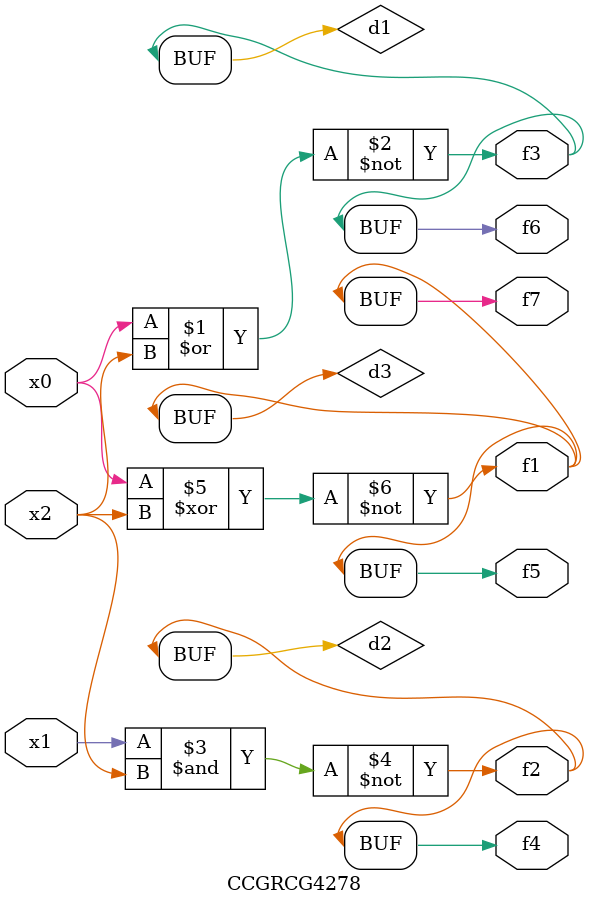
<source format=v>
module CCGRCG4278(
	input x0, x1, x2,
	output f1, f2, f3, f4, f5, f6, f7
);

	wire d1, d2, d3;

	nor (d1, x0, x2);
	nand (d2, x1, x2);
	xnor (d3, x0, x2);
	assign f1 = d3;
	assign f2 = d2;
	assign f3 = d1;
	assign f4 = d2;
	assign f5 = d3;
	assign f6 = d1;
	assign f7 = d3;
endmodule

</source>
